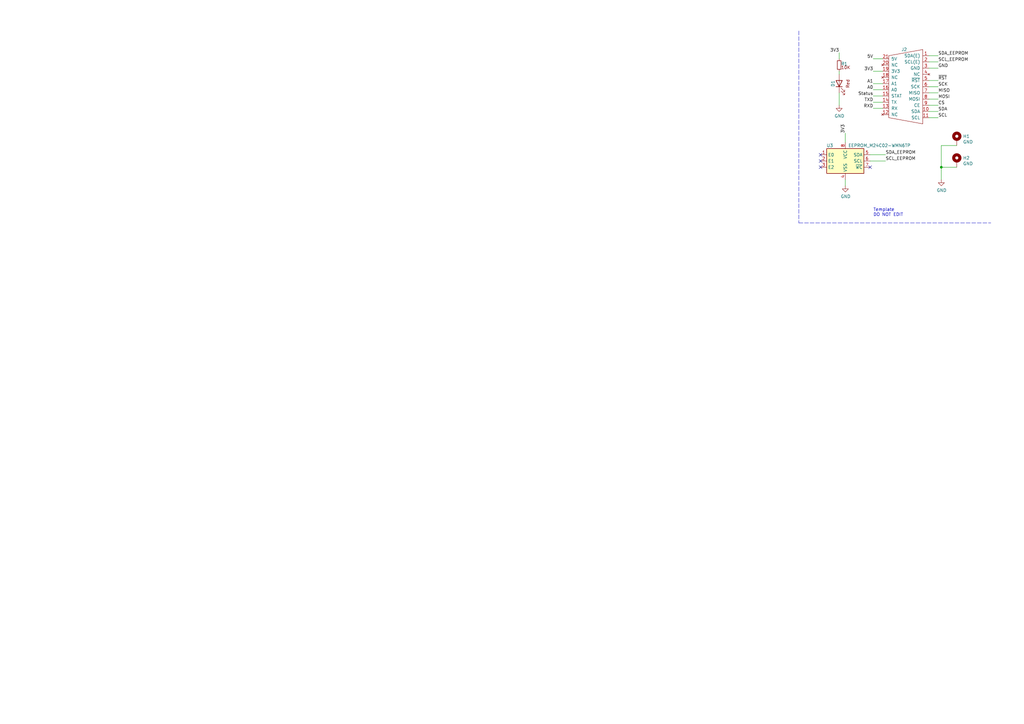
<source format=kicad_sch>
(kicad_sch (version 20211123) (generator eeschema)
  (paper "A3")
  (lib_symbols
    (symbol "ICSL:Amphenol_91911-31321_plug" (pin_names (offset 1.016))
      (property "Reference" "J" (at 0 12.7 0))
      (symbol "Amphenol_91911-31321_plug_0_1"
        (polyline (pts (xy 7.62 -17.78) (xy 7.62 12.7)))
        (polyline (pts (xy 7.62 12.7) (xy -6.35 10.16) (xy -6.35 -15.24) (xy 7.62 -17.78)))
      )
      (symbol "Amphenol_91911-31321_plug_1_1"
        (pin bidirectional line (at 10.16 10.16 180) (length 2.54) (name "SDA(E)") (number "1"))
        (pin bidirectional line (at 10.16 -12.7 180) (length 2.54) (name "SDA") (number "10"))
        (pin output line (at 10.16 -15.24 180) (length 2.54) (name "SCL") (number "11"))
        (pin no_connect line (at -8.89 -13.97 0) (length 2.54) (name "NC") (number "12"))
        (pin input line (at -8.89 -11.43 0) (length 2.54) (name "RX") (number "13"))
        (pin output line (at -8.89 -8.89 0) (length 2.54) (name "TX") (number "14"))
        (pin input line (at -8.89 -6.35 0) (length 2.54) (name "STAT") (number "15"))
        (pin input line (at -8.89 -3.81 0) (length 2.54) (name "A0") (number "16"))
        (pin input line (at -8.89 -1.27 0) (length 2.54) (name "A1") (number "17"))
        (pin no_connect line (at -8.89 1.27 0) (length 2.54) (name "NC") (number "18"))
        (pin power_out line (at -8.89 3.81 0) (length 2.54) (name "3V3") (number "19"))
        (pin output line (at 10.16 7.62 180) (length 2.54) (name "SCL(E)") (number "2"))
        (pin no_connect line (at -8.89 6.35 0) (length 2.54) (name "NC") (number "20"))
        (pin power_out line (at -8.89 8.89 0) (length 2.54) (name "5V") (number "21"))
        (pin power_out line (at 10.16 5.08 180) (length 2.54) (name "GND") (number "3"))
        (pin no_connect line (at 10.16 2.54 180) (length 2.54) (name "NC") (number "4"))
        (pin output line (at 10.16 0 180) (length 2.54) (name "~{RST}") (number "5"))
        (pin output line (at 10.16 -2.54 180) (length 2.54) (name "SCK") (number "6"))
        (pin input line (at 10.16 -5.08 180) (length 2.54) (name "MISO") (number "7"))
        (pin output line (at 10.16 -7.62 180) (length 2.54) (name "MOSI") (number "8"))
        (pin output line (at 10.16 -10.16 180) (length 2.54) (name "CE") (number "9"))
      )
    )
    (symbol "Mechanical:MountingHole_Pad" (pin_numbers hide) (pin_names (offset 1.016) hide)
      (property "Reference" "H" (at 0 6.35 0))
      (property "Value" "MountingHole_Pad" (at 0 4.445 0))
      (symbol "MountingHole_Pad_0_1"
        (circle (center 0 1.27) (radius 1.27) (stroke (width 1.27)))
      )
      (symbol "MountingHole_Pad_1_1"
        (pin input line (at 0 -2.54 90) (length 2.54) (name "1") (number "1"))
      )
    )
    (symbol "jlcsmt-ic:EEPROM_M24C02-WMN6TP"
      (property "Reference" "U" (at -6.35 6.35 0))
      (property "Value" "EEPROM_M24C02-WMN6TP" (at 13.97 6.35 0))
      (symbol "EEPROM_M24C02-WMN6TP_0_1"
        (rectangle (start -7.62 5.08) (end 7.62 -5.08) (stroke (width 0.254)) (fill (type background)))
      )
      (symbol "EEPROM_M24C02-WMN6TP_1_1"
        (pin input line (at -10.16 2.54 0) (length 2.54) (name "E0") (number "1"))
        (pin input line (at -10.16 0 0) (length 2.54) (name "E1") (number "2"))
        (pin input line (at -10.16 -2.54 0) (length 2.54) (name "E2") (number "3"))
        (pin power_in line (at 0 -7.62 90) (length 2.54) (name "VSS") (number "4"))
        (pin bidirectional line (at 10.16 2.54 180) (length 2.54) (name "SDA") (number "5"))
        (pin input line (at 10.16 0 180) (length 2.54) (name "SCL") (number "6"))
        (pin input line (at 10.16 -2.54 180) (length 2.54) (name "~{WC}") (number "7"))
        (pin power_in line (at 0 7.62 270) (length 2.54) (name "VCC") (number "8"))
      )
    )
    (symbol "jlcsmt-rcl:LED_0603_Red" (pin_numbers hide) (pin_names (offset 1.016) hide)
      (property "Reference" "D" (at 0 2.54 0))
      (symbol "LED_0603_Red_0_0"
        (text "Red" (at 0 -3.556 0) (effects (font (size 1.27 1.27))))
      )
      (symbol "LED_0603_Red_0_1"
        (polyline (pts (xy -1.27 -1.27) (xy -1.27 1.27)) (stroke (width 0.254)))
        (polyline (pts (xy -1.27 0) (xy 1.27 0)))
        (polyline (pts (xy 1.27 -1.27) (xy 1.27 1.27) (xy -1.27 0) (xy 1.27 -1.27)) (stroke (width 0.254)))
        (polyline (pts (xy -3.048 -0.762) (xy -4.572 -2.286) (xy -3.81 -2.286) (xy -4.572 -2.286) (xy -4.572 -1.524)))
        (polyline (pts (xy -1.778 -0.762) (xy -3.302 -2.286) (xy -2.54 -2.286) (xy -3.302 -2.286) (xy -3.302 -1.524)))
      )
      (symbol "LED_0603_Red_1_1"
        (pin passive line (at -3.81 0 0) (length 2.54) (name "K") (number "1"))
        (pin passive line (at 3.81 0 180) (length 2.54) (name "A") (number "2"))
      )
    )
    (symbol "jlcsmt-rcl:R_0402_10K" (pin_numbers hide) (pin_names (offset 0.254) hide)
      (property "Reference" "R" (at 0.762 0.508 0))
      (symbol "R_0402_10K_0_0"
        (text "10K" (at 0.762 -1.016 0) (effects (font (size 1.27 1.27)) (justify left)))
      )
      (symbol "R_0402_10K_0_1"
        (rectangle (start -0.762 1.778) (end 0.762 -1.778) (stroke (width 0.2032)))
      )
      (symbol "R_0402_10K_1_1"
        (pin passive line (at 0 2.54 270) (length 0.762) (name "~") (number "1"))
        (pin passive line (at 0 -2.54 90) (length 0.762) (name "~") (number "2"))
      )
    )
    (symbol "power:GND" (power) (pin_names (offset 0))
      (property "Value" "GND" (at 0 -3.81 0))
      (symbol "GND_0_1"
        (polyline (pts (xy 0 0) (xy 0 -1.27) (xy 1.27 -1.27) (xy 0 -2.54) (xy -1.27 -1.27) (xy 0 -1.27)))
      )
      (symbol "GND_1_1"
        (pin power_in line (at 0 0 270) (length 0) hide (name "GND") (number "1"))
      )
    )
  )
  (junction (at 386.08 68.58))
  (no_connect (at 356.87 68.58))
  (no_connect (at 336.55 68.58))
  (no_connect (at 336.55 63.5))
  (no_connect (at 336.55 66.04))
  (wire (pts (xy 358.14 29.21) (xy 361.95 29.21)))
  (wire (pts (xy 386.08 73.66) (xy 386.08 68.58)))
  (wire (pts (xy 358.14 41.91) (xy 361.95 41.91)))
  (polyline (pts (xy 327.66 91.44) (xy 406.4 91.44)))
  (wire (pts (xy 381 22.86) (xy 384.81 22.86)))
  (wire (pts (xy 356.87 63.5) (xy 363.22 63.5)))
  (wire (pts (xy 358.14 44.45) (xy 361.95 44.45)))
  (wire (pts (xy 386.08 59.69) (xy 392.43 59.69)))
  (wire (pts (xy 381 43.18) (xy 384.81 43.18)))
  (wire (pts (xy 381 35.56) (xy 384.81 35.56)))
  (wire (pts (xy 381 45.72) (xy 384.81 45.72)))
  (wire (pts (xy 381 27.94) (xy 384.81 27.94)))
  (polyline (pts (xy 327.66 12.7) (xy 327.66 91.44)))
  (wire (pts (xy 381 40.64) (xy 384.81 40.64)))
  (wire (pts (xy 358.14 34.29) (xy 361.95 34.29)))
  (wire (pts (xy 386.08 68.58) (xy 392.43 68.58)))
  (wire (pts (xy 381 38.1) (xy 384.81 38.1)))
  (wire (pts (xy 381 33.02) (xy 384.81 33.02)))
  (wire (pts (xy 381 48.26) (xy 384.81 48.26)))
  (wire (pts (xy 386.08 68.58) (xy 386.08 59.69)))
  (wire (pts (xy 358.14 24.13) (xy 361.95 24.13)))
  (wire (pts (xy 358.14 36.83) (xy 361.95 36.83)))
  (wire (pts (xy 381 25.4) (xy 384.81 25.4)))
  (wire (pts (xy 344.17 29.21) (xy 344.17 30.48)))
  (wire (pts (xy 356.87 66.04) (xy 363.22 66.04)))
  (wire (pts (xy 358.14 39.37) (xy 361.95 39.37)))
  (wire (pts (xy 346.71 76.2) (xy 346.71 73.66)))
  (wire (pts (xy 344.17 43.18) (xy 344.17 38.1)))
  (wire (pts (xy 344.17 21.59) (xy 344.17 24.13)))
  (wire (pts (xy 346.71 54.61) (xy 346.71 58.42)))
  (text "Template\nDO NOT EDIT" (at 358.14 88.9 0) (effects (font (size 1.27 1.27)) (justify left bottom)))
  (label "SDA_EEPROM" (at 363.22 63.5 0))
  (label "SDA_EEPROM" (at 384.81 22.86 0))
  (label "3V3" (at 358.14 29.21 180))
  (label "SCK" (at 384.81 35.56 0))
  (label "GND" (at 384.81 27.94 0))
  (label "3V3" (at 346.71 54.61 90))
  (label "A0" (at 358.14 36.83 180))
  (label "MOSI" (at 384.81 40.64 0))
  (label "~{RST}" (at 384.81 33.02 0))
  (label "5V" (at 358.14 24.13 180))
  (label "MISO" (at 384.81 38.1 0))
  (label "A1" (at 358.14 34.29 180))
  (label "SDA" (at 384.81 45.72 0))
  (label "CS" (at 384.81 43.18 0))
  (label "TXD" (at 358.14 41.91 180))
  (label "Status" (at 358.14 39.37 180))
  (label "RXD" (at 358.14 44.45 180))
  (label "3V3" (at 344.17 21.59 180))
  (label "SCL_EEPROM" (at 384.81 25.4 0))
  (label "SCL" (at 384.81 48.26 0))
  (label "SCL_EEPROM" (at 363.22 66.04 0))
  (symbol (lib_id "Mechanical:MountingHole_Pad") (at 392.43 57.15 0) (unit 1)
    (property "Reference" "H1" (at 394.97 55.9054 0) (effects (justify left)))
    (property "Value" "GND" (at 394.97 58.2168 0) (effects (justify left)))
    (property "Footprint" "ICSL:M1502-B-2545-AL-TOP" (effects hide))
  )
  (symbol (lib_id "Mechanical:MountingHole_Pad") (at 392.43 66.04 0) (unit 1)
    (property "Reference" "H2" (at 394.97 64.7954 0) (effects (justify left)))
    (property "Value" "GND" (at 394.97 67.1068 0) (effects (justify left)))
    (property "Footprint" "ICSL:M1502-B-2545-AL-TOP" (effects hide))
  )
  (symbol (lib_id "power:GND") (at 386.08 73.66 0) (unit 1)
    (property "Reference" "#PWR05" (effects hide))
    (property "Value" "GND" (at 386.207 78.0542 0))
  )
  (symbol (lib_id "ICSL:Amphenol_91911-31321_plug") (at 370.84 33.02 0) (unit 1)
    (property "Reference" "J2" (at 370.84 20.32 0))
    (property "Value" "Amphenol_91911-31321_plug" (effects hide))
    (property "Footprint" "ICSL:Amphenol_91911-31321LF_PLUG" (effects hide))
    (property "Datasheet" "https://cdn.amphenol-icc.com/media/wysiwyg/files/drawing/91900.pdf" (effects hide))
    (property "LCSC" "C9900009023" (effects hide))
  )
  (symbol (lib_id "power:GND") (at 344.17 43.18 0) (unit 1)
    (property "Reference" "#PWR03" (effects hide))
    (property "Value" "GND" (at 344.297 47.5742 0))
  )
  (symbol (lib_id "jlcsmt-rcl:R_0402_10K") (at 344.17 26.67 0) (unit 1)
    (property "Reference" "R1" (at 344.932 26.162 0) (effects (justify left)))
    (property "Value" "R_0402_10K" (effects hide))
    (property "Footprint" "Resistor_SMD:R_0402_1005Metric" (effects hide))
    (property "Datasheet" "https://datasheet.lcsc.com/lcsc/2110260030_UNI-ROYAL-Uniroyal-Elec-0402WGF1002TCE_C25744.pdf" (effects hide))
    (property "MFR" "UNI-ROYAL(Uniroyal Elec)" (effects hide))
    (property "MFR Part#" "0402WGF1002TCE" (effects hide))
    (property "LCSC" "C25744" (effects hide))
  )
  (symbol (lib_id "power:GND") (at 346.71 76.2 0) (unit 1)
    (property "Reference" "#PWR04" (effects hide))
    (property "Value" "GND" (at 346.837 80.5942 0))
  )
  (symbol (lib_id "jlcsmt-rcl:LED_0603_Red") (at 344.17 34.29 90) (unit 1)
    (property "Reference" "D1" (at 341.63 34.29 0))
    (property "Value" "LED_0603_Red" (effects hide))
    (property "Footprint" "jlcsmt:LED_0603_1608Metric" (effects hide))
    (property "Datasheet" "https://datasheet.lcsc.com/lcsc/1810231112_Hubei-KENTO-Elec-KT-0603R_C2286.pdf" (effects hide))
    (property "MFR" "Hubei KENTO Elec" (effects hide))
    (property "MFR Part#" "KT-0603R" (effects hide))
    (property "LCSC" "C2286" (effects hide))
  )
  (symbol (lib_id "jlcsmt-ic:EEPROM_M24C02-WMN6TP") (at 346.71 66.04 0) (unit 1)
    (property "Reference" "U3" (at 340.36 59.69 0))
    (property "Value" "EEPROM_M24C02-WMN6TP" (at 360.68 59.69 0))
    (property "Footprint" "jlcsmt:SOIC-8_3.9x4.9mm_P1.27mm" (effects hide))
    (property "Datasheet" "https://datasheet.lcsc.com/lcsc/1809061818_STMicroelectronics-M24C02-WMN6TP_C7562.pdf" (effects hide))
    (property "MFR" "STMicroelectronics" (effects hide))
    (property "MFR Part#" "M24C02-WMN6TP" (effects hide))
    (property "LCSC" "C7562" (effects hide))
  )
)
</source>
